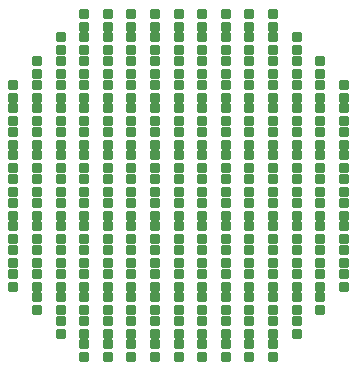
<source format=gbr>
%TF.GenerationSoftware,KiCad,Pcbnew,9.0.1*%
%TF.CreationDate,2025-06-29T08:21:18-07:00*%
%TF.ProjectId,Complete_Watch,436f6d70-6c65-4746-955f-57617463682e,rev?*%
%TF.SameCoordinates,Original*%
%TF.FileFunction,Soldermask,Top*%
%TF.FilePolarity,Negative*%
%FSLAX46Y46*%
G04 Gerber Fmt 4.6, Leading zero omitted, Abs format (unit mm)*
G04 Created by KiCad (PCBNEW 9.0.1) date 2025-06-29 08:21:18*
%MOMM*%
%LPD*%
G01*
G04 APERTURE LIST*
G04 Aperture macros list*
%AMRoundRect*
0 Rectangle with rounded corners*
0 $1 Rounding radius*
0 $2 $3 $4 $5 $6 $7 $8 $9 X,Y pos of 4 corners*
0 Add a 4 corners polygon primitive as box body*
4,1,4,$2,$3,$4,$5,$6,$7,$8,$9,$2,$3,0*
0 Add four circle primitives for the rounded corners*
1,1,$1+$1,$2,$3*
1,1,$1+$1,$4,$5*
1,1,$1+$1,$6,$7*
1,1,$1+$1,$8,$9*
0 Add four rect primitives between the rounded corners*
20,1,$1+$1,$2,$3,$4,$5,0*
20,1,$1+$1,$4,$5,$6,$7,0*
20,1,$1+$1,$6,$7,$8,$9,0*
20,1,$1+$1,$8,$9,$2,$3,0*%
G04 Aperture macros list end*
%ADD10RoundRect,0.102000X-0.300000X0.300000X-0.300000X-0.300000X0.300000X-0.300000X0.300000X0.300000X0*%
G04 APERTURE END LIST*
D10*
%TO.C,D126*%
X216000000Y-88950000D03*
X216000000Y-90050000D03*
%TD*%
%TO.C,D175*%
X226000000Y-94950000D03*
X226000000Y-96050000D03*
%TD*%
%TO.C,D40*%
X224000000Y-76950000D03*
X224000000Y-78050000D03*
%TD*%
%TO.C,D27*%
X226000000Y-74950000D03*
X226000000Y-76050000D03*
%TD*%
%TO.C,D32*%
X236000000Y-74950000D03*
X236000000Y-76050000D03*
%TD*%
%TO.C,D137*%
X238000000Y-88950000D03*
X238000000Y-90050000D03*
%TD*%
%TO.C,D57*%
X228000000Y-78950000D03*
X228000000Y-80050000D03*
%TD*%
%TO.C,D43*%
X230000000Y-76950000D03*
X230000000Y-78050000D03*
%TD*%
%TO.C,D66*%
X216000000Y-80950000D03*
X216000000Y-82050000D03*
%TD*%
%TO.C,D25*%
X222000000Y-74950000D03*
X222000000Y-76050000D03*
%TD*%
%TO.C,D149*%
X232000000Y-90950000D03*
X232000000Y-92050000D03*
%TD*%
%TO.C,D84*%
X222000000Y-82950000D03*
X222000000Y-84050000D03*
%TD*%
%TO.C,D143*%
X220000000Y-90950000D03*
X220000000Y-92050000D03*
%TD*%
%TO.C,D77*%
X238000000Y-80950000D03*
X238000000Y-82050000D03*
%TD*%
%TO.C,D20*%
X236000000Y-72950000D03*
X236000000Y-74050000D03*
%TD*%
%TO.C,D33*%
X238000000Y-74950000D03*
X238000000Y-76050000D03*
%TD*%
%TO.C,D52*%
X218000000Y-78950000D03*
X218000000Y-80050000D03*
%TD*%
%TO.C,D76*%
X236000000Y-80950000D03*
X236000000Y-82050000D03*
%TD*%
%TO.C,D187*%
X226000000Y-96950000D03*
X226000000Y-98050000D03*
%TD*%
%TO.C,D28*%
X228000000Y-74950000D03*
X228000000Y-76050000D03*
%TD*%
%TO.C,D153*%
X240000000Y-90950000D03*
X240000000Y-92050000D03*
%TD*%
%TO.C,D180*%
X236000000Y-94950000D03*
X236000000Y-96050000D03*
%TD*%
%TO.C,D182*%
X216000000Y-96950000D03*
X216000000Y-98050000D03*
%TD*%
%TO.C,D125*%
X214000000Y-88950000D03*
X214000000Y-90050000D03*
%TD*%
%TO.C,D105*%
X234000000Y-84950000D03*
X234000000Y-86050000D03*
%TD*%
%TO.C,D199*%
X230000000Y-98950000D03*
X230000000Y-100050000D03*
%TD*%
%TO.C,D186*%
X224000000Y-96950000D03*
X224000000Y-98050000D03*
%TD*%
%TO.C,D5*%
X226000000Y-70950000D03*
X226000000Y-72050000D03*
%TD*%
%TO.C,D69*%
X222000000Y-80950000D03*
X222000000Y-82050000D03*
%TD*%
%TO.C,D94*%
X212000000Y-84950000D03*
X212000000Y-86050000D03*
%TD*%
%TO.C,D122*%
X238000000Y-86950000D03*
X238000000Y-88050000D03*
%TD*%
%TO.C,D79*%
X212000000Y-82950000D03*
X212000000Y-84050000D03*
%TD*%
%TO.C,D154*%
X212000000Y-92950000D03*
X212000000Y-94050000D03*
%TD*%
%TO.C,D45*%
X234000000Y-76950000D03*
X234000000Y-78050000D03*
%TD*%
%TO.C,D197*%
X226000000Y-98950000D03*
X226000000Y-100050000D03*
%TD*%
%TO.C,D150*%
X234000000Y-90950000D03*
X234000000Y-92050000D03*
%TD*%
%TO.C,D172*%
X220000000Y-94950000D03*
X220000000Y-96050000D03*
%TD*%
%TO.C,D159*%
X222000000Y-92950000D03*
X222000000Y-94050000D03*
%TD*%
%TO.C,D188*%
X228000000Y-96950000D03*
X228000000Y-98050000D03*
%TD*%
%TO.C,D74*%
X232000000Y-80950000D03*
X232000000Y-82050000D03*
%TD*%
%TO.C,D200*%
X232000000Y-98950000D03*
X232000000Y-100050000D03*
%TD*%
%TO.C,D54*%
X222000000Y-78950000D03*
X222000000Y-80050000D03*
%TD*%
%TO.C,D78*%
X240000000Y-80950000D03*
X240000000Y-82050000D03*
%TD*%
%TO.C,D127*%
X218000000Y-88950000D03*
X218000000Y-90050000D03*
%TD*%
%TO.C,D8*%
X232000000Y-70950000D03*
X232000000Y-72050000D03*
%TD*%
%TO.C,D195*%
X222000000Y-98950000D03*
X222000000Y-100050000D03*
%TD*%
%TO.C,D103*%
X230000000Y-84950000D03*
X230000000Y-86050000D03*
%TD*%
%TO.C,D173*%
X222000000Y-94950000D03*
X222000000Y-96050000D03*
%TD*%
%TO.C,D138*%
X240000000Y-88950000D03*
X240000000Y-90050000D03*
%TD*%
%TO.C,D111*%
X216000000Y-86950000D03*
X216000000Y-88050000D03*
%TD*%
%TO.C,D114*%
X222000000Y-86950000D03*
X222000000Y-88050000D03*
%TD*%
%TO.C,D93*%
X240000000Y-82950000D03*
X240000000Y-84050000D03*
%TD*%
%TO.C,D3*%
X222000000Y-70950000D03*
X222000000Y-72050000D03*
%TD*%
%TO.C,D23*%
X218000000Y-74950000D03*
X218000000Y-76050000D03*
%TD*%
%TO.C,D133*%
X230000000Y-88950000D03*
X230000000Y-90050000D03*
%TD*%
%TO.C,D145*%
X224000000Y-90950000D03*
X224000000Y-92050000D03*
%TD*%
%TO.C,D72*%
X228000000Y-80950000D03*
X228000000Y-82050000D03*
%TD*%
%TO.C,D30*%
X232000000Y-74950000D03*
X232000000Y-76050000D03*
%TD*%
%TO.C,D14*%
X224000000Y-72950000D03*
X224000000Y-74050000D03*
%TD*%
%TO.C,D68*%
X220000000Y-80950000D03*
X220000000Y-82050000D03*
%TD*%
%TO.C,D124*%
X212000000Y-88950000D03*
X212000000Y-90050000D03*
%TD*%
%TO.C,D19*%
X234000000Y-72950000D03*
X234000000Y-74050000D03*
%TD*%
%TO.C,D65*%
X214000000Y-80950000D03*
X214000000Y-82050000D03*
%TD*%
%TO.C,D34*%
X212000000Y-76950000D03*
X212000000Y-78050000D03*
%TD*%
%TO.C,D183*%
X218000000Y-96950000D03*
X218000000Y-98050000D03*
%TD*%
%TO.C,D92*%
X238000000Y-82950000D03*
X238000000Y-84050000D03*
%TD*%
%TO.C,D152*%
X238000000Y-90950000D03*
X238000000Y-92050000D03*
%TD*%
%TO.C,D147*%
X228000000Y-90950000D03*
X228000000Y-92050000D03*
%TD*%
%TO.C,D55*%
X224000000Y-78950000D03*
X224000000Y-80050000D03*
%TD*%
%TO.C,D136*%
X236000000Y-88950000D03*
X236000000Y-90050000D03*
%TD*%
%TO.C,D117*%
X228000000Y-86950000D03*
X228000000Y-88050000D03*
%TD*%
%TO.C,D189*%
X230000000Y-96950000D03*
X230000000Y-98050000D03*
%TD*%
%TO.C,D176*%
X228000000Y-94950000D03*
X228000000Y-96050000D03*
%TD*%
%TO.C,D163*%
X230000000Y-92950000D03*
X230000000Y-94050000D03*
%TD*%
%TO.C,D116*%
X226000000Y-86950000D03*
X226000000Y-88050000D03*
%TD*%
%TO.C,D70*%
X224000000Y-80950000D03*
X224000000Y-82050000D03*
%TD*%
%TO.C,D109*%
X212000000Y-86950000D03*
X212000000Y-88050000D03*
%TD*%
%TO.C,D146*%
X226000000Y-90950000D03*
X226000000Y-92050000D03*
%TD*%
%TO.C,D82*%
X218000000Y-82950000D03*
X218000000Y-84050000D03*
%TD*%
%TO.C,D6*%
X228000000Y-70950000D03*
X228000000Y-72050000D03*
%TD*%
%TO.C,D194*%
X220000000Y-98950000D03*
X220000000Y-100050000D03*
%TD*%
%TO.C,D121*%
X236000000Y-86950000D03*
X236000000Y-88050000D03*
%TD*%
%TO.C,D196*%
X224000000Y-98950000D03*
X224000000Y-100050000D03*
%TD*%
%TO.C,D17*%
X230000000Y-72950000D03*
X230000000Y-74050000D03*
%TD*%
%TO.C,D26*%
X224000000Y-74950000D03*
X224000000Y-76050000D03*
%TD*%
%TO.C,D98*%
X220000000Y-84950000D03*
X220000000Y-86050000D03*
%TD*%
%TO.C,D12*%
X220000000Y-72950000D03*
X220000000Y-74050000D03*
%TD*%
%TO.C,D89*%
X232000000Y-82950000D03*
X232000000Y-84050000D03*
%TD*%
%TO.C,D13*%
X222000000Y-72950000D03*
X222000000Y-74050000D03*
%TD*%
%TO.C,D39*%
X222000000Y-76950000D03*
X222000000Y-78050000D03*
%TD*%
%TO.C,D96*%
X216000000Y-84950000D03*
X216000000Y-86050000D03*
%TD*%
%TO.C,D185*%
X222000000Y-96950000D03*
X222000000Y-98050000D03*
%TD*%
%TO.C,D139*%
X212000000Y-90950000D03*
X212000000Y-92050000D03*
%TD*%
%TO.C,D36*%
X216000000Y-76950000D03*
X216000000Y-78050000D03*
%TD*%
%TO.C,D64*%
X212000000Y-80950000D03*
X212000000Y-82050000D03*
%TD*%
%TO.C,D164*%
X232000000Y-92950000D03*
X232000000Y-94050000D03*
%TD*%
%TO.C,D106*%
X236000000Y-84950000D03*
X236000000Y-86050000D03*
%TD*%
%TO.C,D60*%
X234000000Y-78950000D03*
X234000000Y-80050000D03*
%TD*%
%TO.C,D160*%
X224000000Y-92950000D03*
X224000000Y-94050000D03*
%TD*%
%TO.C,D90*%
X234000000Y-82950000D03*
X234000000Y-84050000D03*
%TD*%
%TO.C,D119*%
X232000000Y-86950000D03*
X232000000Y-88050000D03*
%TD*%
%TO.C,D131*%
X226000000Y-88950000D03*
X226000000Y-90050000D03*
%TD*%
%TO.C,D177*%
X230000000Y-94950000D03*
X230000000Y-96050000D03*
%TD*%
%TO.C,D142*%
X218000000Y-90950000D03*
X218000000Y-92050000D03*
%TD*%
%TO.C,D118*%
X230000000Y-86950000D03*
X230000000Y-88050000D03*
%TD*%
%TO.C,D47*%
X238000000Y-76950000D03*
X238000000Y-78050000D03*
%TD*%
%TO.C,D50*%
X214000000Y-78950000D03*
X214000000Y-80050000D03*
%TD*%
%TO.C,D129*%
X222000000Y-88950000D03*
X222000000Y-90050000D03*
%TD*%
%TO.C,D21*%
X214000000Y-74950000D03*
X214000000Y-76050000D03*
%TD*%
%TO.C,D104*%
X232000000Y-84950000D03*
X232000000Y-86050000D03*
%TD*%
%TO.C,D155*%
X214000000Y-92950000D03*
X214000000Y-94050000D03*
%TD*%
%TO.C,D148*%
X230000000Y-90950000D03*
X230000000Y-92050000D03*
%TD*%
%TO.C,D170*%
X216000000Y-94950000D03*
X216000000Y-96050000D03*
%TD*%
%TO.C,D120*%
X234000000Y-86950000D03*
X234000000Y-88050000D03*
%TD*%
%TO.C,D201*%
X234000000Y-98950000D03*
X234000000Y-100050000D03*
%TD*%
%TO.C,D97*%
X218000000Y-84950000D03*
X218000000Y-86050000D03*
%TD*%
%TO.C,D181*%
X238000000Y-94950000D03*
X238000000Y-96050000D03*
%TD*%
%TO.C,D191*%
X234000000Y-96950000D03*
X234000000Y-98050000D03*
%TD*%
%TO.C,D11*%
X218000000Y-72950000D03*
X218000000Y-74050000D03*
%TD*%
%TO.C,D102*%
X228000000Y-84950000D03*
X228000000Y-86050000D03*
%TD*%
%TO.C,D95*%
X214000000Y-84950000D03*
X214000000Y-86050000D03*
%TD*%
%TO.C,D48*%
X240000000Y-77000000D03*
X240000000Y-78100000D03*
%TD*%
%TO.C,D161*%
X226000000Y-92950000D03*
X226000000Y-94050000D03*
%TD*%
%TO.C,D73*%
X230000000Y-80950000D03*
X230000000Y-82050000D03*
%TD*%
%TO.C,D2*%
X220000000Y-70950000D03*
X220000000Y-72050000D03*
%TD*%
%TO.C,D101*%
X226000000Y-84950000D03*
X226000000Y-86050000D03*
%TD*%
%TO.C,D179*%
X234000000Y-94950000D03*
X234000000Y-96050000D03*
%TD*%
%TO.C,D56*%
X226000000Y-78950000D03*
X226000000Y-80050000D03*
%TD*%
%TO.C,D24*%
X220000000Y-74950000D03*
X220000000Y-76050000D03*
%TD*%
%TO.C,D141*%
X216000000Y-90950000D03*
X216000000Y-92050000D03*
%TD*%
%TO.C,D168*%
X240000000Y-92950000D03*
X240000000Y-94050000D03*
%TD*%
%TO.C,D35*%
X214000000Y-76950000D03*
X214000000Y-78050000D03*
%TD*%
%TO.C,D62*%
X238000000Y-78950000D03*
X238000000Y-80050000D03*
%TD*%
%TO.C,D83*%
X220000000Y-82950000D03*
X220000000Y-84050000D03*
%TD*%
%TO.C,D107*%
X238000000Y-84950000D03*
X238000000Y-86050000D03*
%TD*%
%TO.C,D158*%
X220000000Y-92950000D03*
X220000000Y-94050000D03*
%TD*%
%TO.C,D51*%
X216000000Y-78950000D03*
X216000000Y-80050000D03*
%TD*%
%TO.C,D165*%
X234000000Y-92950000D03*
X234000000Y-94050000D03*
%TD*%
%TO.C,D157*%
X218000000Y-92950000D03*
X218000000Y-94050000D03*
%TD*%
%TO.C,D63*%
X240000000Y-78950000D03*
X240000000Y-80050000D03*
%TD*%
%TO.C,D59*%
X232000000Y-78950000D03*
X232000000Y-80050000D03*
%TD*%
%TO.C,D85*%
X224000000Y-82950000D03*
X224000000Y-84050000D03*
%TD*%
%TO.C,D140*%
X214000000Y-90950000D03*
X214000000Y-92050000D03*
%TD*%
%TO.C,D174*%
X224000000Y-94950000D03*
X224000000Y-96050000D03*
%TD*%
%TO.C,D22*%
X216000000Y-74950000D03*
X216000000Y-76050000D03*
%TD*%
%TO.C,D9*%
X234000000Y-70950000D03*
X234000000Y-72050000D03*
%TD*%
%TO.C,D169*%
X214000000Y-94900000D03*
X214000000Y-96000000D03*
%TD*%
%TO.C,D135*%
X234000000Y-88950000D03*
X234000000Y-90050000D03*
%TD*%
%TO.C,D162*%
X228000000Y-92950000D03*
X228000000Y-94050000D03*
%TD*%
%TO.C,D49*%
X212000000Y-78950000D03*
X212000000Y-80050000D03*
%TD*%
%TO.C,D86*%
X226000000Y-82950000D03*
X226000000Y-84050000D03*
%TD*%
%TO.C,D193*%
X218000000Y-98950000D03*
X218000000Y-100050000D03*
%TD*%
%TO.C,D81*%
X216000000Y-82950000D03*
X216000000Y-84050000D03*
%TD*%
%TO.C,D184*%
X220000000Y-96950000D03*
X220000000Y-98050000D03*
%TD*%
%TO.C,D130*%
X224000000Y-88950000D03*
X224000000Y-90050000D03*
%TD*%
%TO.C,D42*%
X228000000Y-76950000D03*
X228000000Y-78050000D03*
%TD*%
%TO.C,D134*%
X232000000Y-88950000D03*
X232000000Y-90050000D03*
%TD*%
%TO.C,D37*%
X218000000Y-76950000D03*
X218000000Y-78050000D03*
%TD*%
%TO.C,D61*%
X236000000Y-78950000D03*
X236000000Y-80050000D03*
%TD*%
%TO.C,D7*%
X230000000Y-70950000D03*
X230000000Y-72050000D03*
%TD*%
%TO.C,D171*%
X218000000Y-94950000D03*
X218000000Y-96050000D03*
%TD*%
%TO.C,D167*%
X238000000Y-92950000D03*
X238000000Y-94050000D03*
%TD*%
%TO.C,D112*%
X218000000Y-86950000D03*
X218000000Y-88050000D03*
%TD*%
%TO.C,D67*%
X218000000Y-80950000D03*
X218000000Y-82050000D03*
%TD*%
%TO.C,D41*%
X226000000Y-76950000D03*
X226000000Y-78050000D03*
%TD*%
%TO.C,D71*%
X226000000Y-80950000D03*
X226000000Y-82050000D03*
%TD*%
%TO.C,D75*%
X234000000Y-80950000D03*
X234000000Y-82050000D03*
%TD*%
%TO.C,D80*%
X214000000Y-82950000D03*
X214000000Y-84050000D03*
%TD*%
%TO.C,D128*%
X220000000Y-88950000D03*
X220000000Y-90050000D03*
%TD*%
%TO.C,D132*%
X228000000Y-88950000D03*
X228000000Y-90050000D03*
%TD*%
%TO.C,D29*%
X230000000Y-74950000D03*
X230000000Y-76050000D03*
%TD*%
%TO.C,D144*%
X222000000Y-90950000D03*
X222000000Y-92050000D03*
%TD*%
%TO.C,D123*%
X240000000Y-86950000D03*
X240000000Y-88050000D03*
%TD*%
%TO.C,D156*%
X216000000Y-92950000D03*
X216000000Y-94050000D03*
%TD*%
%TO.C,D110*%
X214000000Y-86950000D03*
X214000000Y-88050000D03*
%TD*%
%TO.C,D151*%
X236000000Y-90950000D03*
X236000000Y-92050000D03*
%TD*%
%TO.C,D99*%
X222000000Y-84950000D03*
X222000000Y-86050000D03*
%TD*%
%TO.C,D53*%
X220000000Y-78950000D03*
X220000000Y-80050000D03*
%TD*%
%TO.C,D108*%
X240000000Y-84950000D03*
X240000000Y-86050000D03*
%TD*%
%TO.C,D18*%
X232000000Y-72950000D03*
X232000000Y-74050000D03*
%TD*%
%TO.C,D88*%
X230000000Y-82950000D03*
X230000000Y-84050000D03*
%TD*%
%TO.C,D178*%
X232000000Y-94950000D03*
X232000000Y-96050000D03*
%TD*%
%TO.C,D113*%
X220000000Y-86950000D03*
X220000000Y-88050000D03*
%TD*%
%TO.C,D192*%
X236000000Y-96950000D03*
X236000000Y-98050000D03*
%TD*%
%TO.C,D15*%
X226000000Y-72950000D03*
X226000000Y-74050000D03*
%TD*%
%TO.C,D87*%
X228000000Y-82950000D03*
X228000000Y-84050000D03*
%TD*%
%TO.C,D100*%
X224000000Y-84950000D03*
X224000000Y-86050000D03*
%TD*%
%TO.C,D31*%
X234000000Y-74950000D03*
X234000000Y-76050000D03*
%TD*%
%TO.C,D38*%
X220000000Y-76950000D03*
X220000000Y-78050000D03*
%TD*%
%TO.C,D16*%
X228000000Y-72950000D03*
X228000000Y-74050000D03*
%TD*%
%TO.C,D44*%
X232000000Y-76950000D03*
X232000000Y-78050000D03*
%TD*%
%TO.C,D4*%
X224000000Y-70950000D03*
X224000000Y-72050000D03*
%TD*%
%TO.C,D46*%
X236000000Y-76950000D03*
X236000000Y-78050000D03*
%TD*%
%TO.C,D91*%
X236000000Y-82950000D03*
X236000000Y-84050000D03*
%TD*%
%TO.C,D1*%
X218000000Y-70950000D03*
X218000000Y-72050000D03*
%TD*%
%TO.C,D166*%
X236000000Y-92950000D03*
X236000000Y-94050000D03*
%TD*%
%TO.C,D190*%
X232000000Y-96950000D03*
X232000000Y-98050000D03*
%TD*%
%TO.C,D115*%
X224000000Y-86950000D03*
X224000000Y-88050000D03*
%TD*%
%TO.C,D10*%
X216000000Y-72950000D03*
X216000000Y-74050000D03*
%TD*%
%TO.C,D198*%
X228000000Y-98950000D03*
X228000000Y-100050000D03*
%TD*%
%TO.C,D58*%
X230000000Y-78950000D03*
X230000000Y-80050000D03*
%TD*%
M02*

</source>
